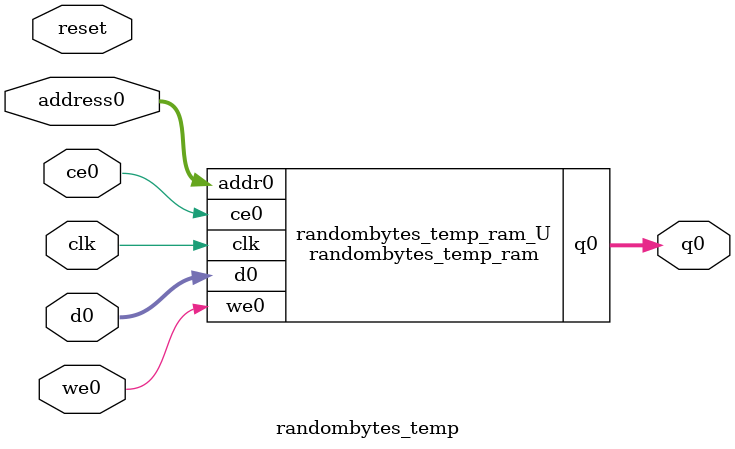
<source format=v>
`timescale 1 ns / 1 ps
module randombytes_temp_ram (addr0, ce0, d0, we0, q0,  clk);

parameter DWIDTH = 8;
parameter AWIDTH = 6;
parameter MEM_SIZE = 48;

input[AWIDTH-1:0] addr0;
input ce0;
input[DWIDTH-1:0] d0;
input we0;
output reg[DWIDTH-1:0] q0;
input clk;

(* ram_style = "distributed" *)reg [DWIDTH-1:0] ram[0:MEM_SIZE-1];




always @(posedge clk)  
begin 
    if (ce0) begin
        if (we0) 
            ram[addr0] <= d0; 
        q0 <= ram[addr0];
    end
end


endmodule

`timescale 1 ns / 1 ps
module randombytes_temp(
    reset,
    clk,
    address0,
    ce0,
    we0,
    d0,
    q0);

parameter DataWidth = 32'd8;
parameter AddressRange = 32'd48;
parameter AddressWidth = 32'd6;
input reset;
input clk;
input[AddressWidth - 1:0] address0;
input ce0;
input we0;
input[DataWidth - 1:0] d0;
output[DataWidth - 1:0] q0;



randombytes_temp_ram randombytes_temp_ram_U(
    .clk( clk ),
    .addr0( address0 ),
    .ce0( ce0 ),
    .we0( we0 ),
    .d0( d0 ),
    .q0( q0 ));

endmodule


</source>
